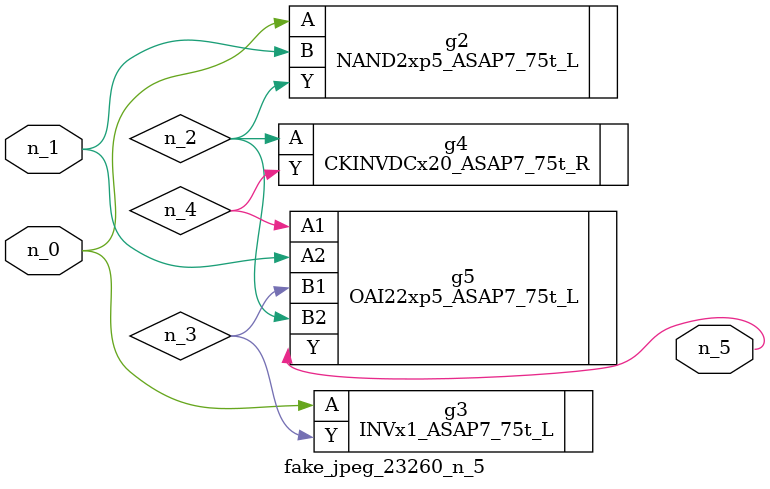
<source format=v>
module fake_jpeg_23260_n_5 (n_0, n_1, n_5);

input n_0;
input n_1;

output n_5;

wire n_3;
wire n_2;
wire n_4;

NAND2xp5_ASAP7_75t_L g2 ( 
.A(n_0),
.B(n_1),
.Y(n_2)
);

INVx1_ASAP7_75t_L g3 ( 
.A(n_0),
.Y(n_3)
);

CKINVDCx20_ASAP7_75t_R g4 ( 
.A(n_2),
.Y(n_4)
);

OAI22xp5_ASAP7_75t_L g5 ( 
.A1(n_4),
.A2(n_1),
.B1(n_3),
.B2(n_2),
.Y(n_5)
);


endmodule
</source>
